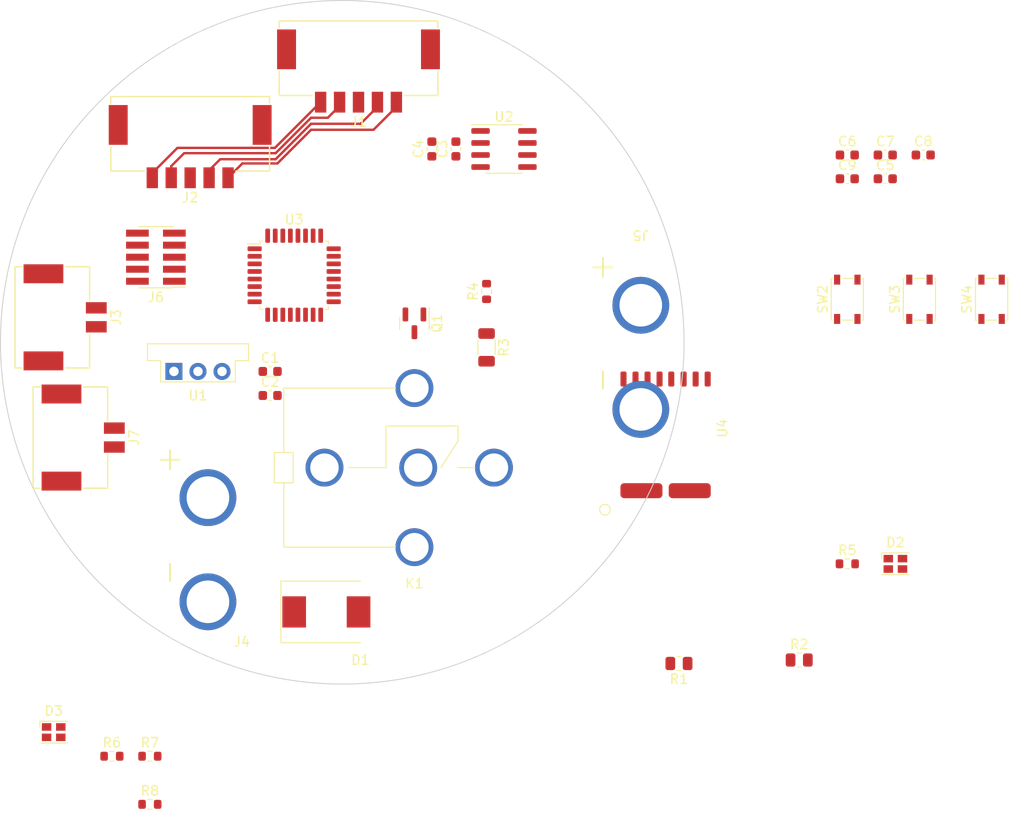
<source format=kicad_pcb>
(kicad_pcb (version 20211014) (generator pcbnew)
  (layers (0 "F.Cu" signal) (31 "B.Cu" signal) (34 "B.Paste" user) (35 "F.Paste" user) (36 "B.SilkS" user "B.Silkscreen") (37 "F.SilkS" user "F.Silkscreen") (38 "B.Mask" user) (39 "F.Mask" user) (44 "Edge.Cuts" user))
  (net 0 "")
  (net 1 "Net-(C1-Pad1)")
  (net 2 "+3V3")
  (net 3 "GND")
  (net 4 "/RST")
  (net 5 "Net-(D1-Pad1)")
  (net 6 "Net-(D1-Pad2)")
  (net 7 "Net-(D2-Pad2)")
  (net 8 "Net-(D3-Pad2)")
  (net 9 "Net-(D3-Pad3)")
  (net 10 "Net-(D3-Pad4)")
  (net 11 "/CAN/CANL")
  (net 12 "/CAN/CANH")
  (net 13 "Net-(J1-Pad2)")
  (net 14 "Net-(J1-Pad1)")
  (net 15 "/T_sense")
  (net 16 "+BATT")
  (net 17 "/V_out")
  (net 18 "/NOGGIN/SWDIO")
  (net 19 "/NOGGIN/SWCLK")
  (net 21 "/NOGGIN/RX")
  (net 22 "/NOGGIN/TX")
  (net 23 "/IP")
  (net 24 "/MOSFET1")
  (net 25 "/V_sense")
  (net 26 "/LED_B")
  (net 27 "/LED_G")
  (net 28 "/LED_R")
  (net 29 "/DBG2")
  (net 30 "/DBG1")
  (net 31 "/CAN_TX")
  (net 32 "/CAN_RX")
  (net 35 "/I_sense")
  (net 36 "/NOGGIN/PA3")
  (net 37 "/NOGGIN/PA5")
  (net 38 "/NOGGIN/PA6")
  (net 39 "/NOGGIN/PA7")
  (net 40 "/NOGGIN/PB0")
  (net 41 "/NOGGIN/PB1")
  (net 42 "/NOGGIN/PB15")
  (net 43 "/NOGGIN/PA8")
  (net 44 "/NOGGIN/PA11")
  (net 45 "/NOGGIN/PA12")
  (net 46 "/NOGGIN/PD2")
  (net 47 "/NOGGIN/PD3")
  (net 48 "/NOGGIN/PB6")
  (footprint "Package_SO:SOIC-8_3.9x4.9mm_P1.27mm" (layer "F.Cu") (at 67.88 32.385)
    (fp_text reference "U2" (at 0 -3.4) (layer "F.SilkS"))
    (fp_text value "TCAN330G")
    (fp_line (start 0 -2.56) (end 1.95 -2.56) (layer "F.SilkS") (width 0.12))
    (fp_line (start 0 2.56) (end -1.95 2.56) (layer "F.SilkS") (width 0.12))
    (fp_line (start 0 2.56) (end 1.95 2.56) (layer "F.SilkS") (width 0.12))
    (fp_line (start 0 -2.56) (end -3.45 -2.56) (layer "F.SilkS") (width 0.12))
    (pad "1" smd roundrect (at -2.475 -1.905) (size 1.95 0.6) (layers "F.Cu" "F.Paste" "F.Mask") (net 31 "/CAN_TX"))
    (pad "2" smd roundrect (at -2.475 -0.635) (size 1.95 0.6) (layers "F.Cu" "F.Paste" "F.Mask") (net 3 "GND"))
    (pad "3" smd roundrect (at -2.475 0.635) (size 1.95 0.6) (layers "F.Cu" "F.Paste" "F.Mask") (net 2 "+3V3"))
    (pad "4" smd roundrect (at -2.475 1.905) (size 1.95 0.6) (layers "F.Cu" "F.Paste" "F.Mask") (net 32 "/CAN_RX"))
    (pad "5" smd roundrect (at 2.475 1.905) (size 1.95 0.6) (layers "F.Cu" "F.Paste" "F.Mask"))
    (pad "6" smd roundrect (at 2.475 0.635) (size 1.95 0.6) (layers "F.Cu" "F.Paste" "F.Mask") (net 11 "/CAN/CANL"))
    (pad "7" smd roundrect (at 2.475 -0.635) (size 1.95 0.6) (layers "F.Cu" "F.Paste" "F.Mask") (net 12 "/CAN/CANH"))
    (pad "8" smd roundrect (at 2.475 -1.905) (size 1.95 0.6) (layers "F.Cu" "F.Paste" "F.Mask"))
  )
  (footprint "LED_SMD:LED_Cree-PLCC4_2x2mm_CW" (layer "F.Cu") (at 20.32 93.98)
    (fp_text reference "D3" (at 0 -2.25) (layer "F.SilkS"))
    (fp_text value "LED_ARGB")
    (fp_line (start -1.45 -1.15) (end 1.45 -1.15) (layer "F.SilkS") (width 0.12))
    (fp_line (start -1.45 1.15) (end 1.45 1.15) (layer "F.SilkS") (width 0.12))
    (fp_line (start -1.45 -0.55) (end -1.45 -1.15) (layer "F.SilkS") (width 0.12))
    (pad "1" smd rect (at -0.75 -0.55) (size 1 0.8) (layers "F.Cu" "F.Paste" "F.Mask") (net 2 "+3V3"))
    (pad "2" smd rect (at 0.75 -0.55) (size 1 0.8) (layers "F.Cu" "F.Paste" "F.Mask") (net 8 "Net-(D3-Pad2)"))
    (pad "3" smd rect (at 0.75 0.55) (size 1 0.8) (layers "F.Cu" "F.Paste" "F.Mask") (net 9 "Net-(D3-Pad3)"))
    (pad "4" smd rect (at -0.75 0.55) (size 1 0.8) (layers "F.Cu" "F.Paste" "F.Mask") (net 10 "Net-(D3-Pad4)"))
  )
  (footprint "Resistor_SMD:R_0805_2012Metric" (layer "F.Cu") (at 86.36 86.725 180)
    (fp_text reference "R1" (at 0 -1.65) (layer "F.SilkS"))
    (fp_text value "10k")
    (fp_line (start -0.227064 0.735) (end 0.227064 0.735) (layer "F.SilkS") (width 0.12))
    (fp_line (start -0.227064 -0.735) (end 0.227064 -0.735) (layer "F.SilkS") (width 0.12))
    (pad "1" smd roundrect (at -0.9125 0 180) (size 1.025 1.4) (layers "F.Cu" "F.Paste" "F.Mask") (roundrect_rratio 0.243902) (net 2 "+3V3"))
    (pad "2" smd roundrect (at 0.9125 0 180) (size 1.025 1.4) (layers "F.Cu" "F.Paste" "F.Mask") (roundrect_rratio 0.243902) (net 15 "/T_sense"))
  )
  (footprint "Package_TO_SOT_SMD:SOT-23" (layer "F.Cu") (at 58.42 50.8 -90)
    (fp_text reference "Q1" (at 0 -2.4 -90) (layer "F.SilkS"))
    (fp_text value "PMV28ENEA")
    (fp_line (start 0 1.56) (end 0.65 1.56) (layer "F.SilkS") (width 0.12))
    (fp_line (start 0 -1.56) (end 0.65 -1.56) (layer "F.SilkS") (width 0.12))
    (fp_line (start 0 -1.56) (end -1.675 -1.56) (layer "F.SilkS") (width 0.12))
    (fp_line (start 0 1.56) (end -0.65 1.56) (layer "F.SilkS") (width 0.12))
    (pad "1" smd roundrect (at -0.9375 -0.95 270) (size 1.475 0.6) (layers "F.Cu" "F.Paste" "F.Mask") (net 24 "/MOSFET1"))
    (pad "2" smd roundrect (at -0.9375 0.95 270) (size 1.475 0.6) (layers "F.Cu" "F.Paste" "F.Mask") (net 3 "GND"))
    (pad "3" smd roundrect (at 0.9375 0 270) (size 1.475 0.6) (layers "F.Cu" "F.Paste" "F.Mask") (net 5 "Net-(D1-Pad1)"))
  )
  (footprint "Button_Switch_SMD:SW_SPST_PTS810" (layer "F.Cu") (at 111.76 48.26 90)
    (fp_text reference "SW3" (at 0 -2.6 90) (layer "F.SilkS"))
    (fp_text value "DBG1")
    (fp_line (start -2.2 -0.57) (end -2.2 0.57) (layer "F.SilkS") (width 0.12))
    (fp_line (start 2.2 1.7) (end 2.2 1.58) (layer "F.SilkS") (width 0.12))
    (fp_line (start -2.2 1.58) (end -2.2 1.7) (layer "F.SilkS") (width 0.12))
    (fp_line (start -2.2 -1.7) (end -2.2 -1.58) (layer "F.SilkS") (width 0.12))
    (fp_line (start 2.2 -1.58) (end 2.2 -1.7) (layer "F.SilkS") (width 0.12))
    (fp_line (start 2.2 0.57) (end 2.2 -0.57) (layer "F.SilkS") (width 0.12))
    (fp_line (start 2.2 -1.7) (end -2.2 -1.7) (layer "F.SilkS") (width 0.12))
    (fp_line (start -2.2 1.7) (end 2.2 1.7) (layer "F.SilkS") (width 0.12))
    (pad "1" smd rect (at 2.075 -1.075 90) (size 1.05 0.65) (layers "F.Cu" "F.Paste" "F.Mask") (net 30 "/DBG1"))
    (pad "1" smd rect (at -2.075 -1.075 90) (size 1.05 0.65) (layers "F.Cu" "F.Paste" "F.Mask") (net 30 "/DBG1"))
    (pad "2" smd rect (at -2.075 1.075 90) (size 1.05 0.65) (layers "F.Cu" "F.Paste" "F.Mask") (net 3 "GND"))
    (pad "2" smd rect (at 2.075 1.075 90) (size 1.05 0.65) (layers "F.Cu" "F.Paste" "F.Mask") (net 3 "GND"))
  )
  (footprint "Resistor_SMD:R_0603_1608Metric" (layer "F.Cu") (at 26.47 96.52)
    (fp_text reference "R6" (at 0 -1.43) (layer "F.SilkS"))
    (fp_text value "47")
    (fp_line (start -0.237258 0.5225) (end 0.237258 0.5225) (layer "F.SilkS") (width 0.12))
    (fp_line (start -0.237258 -0.5225) (end 0.237258 -0.5225) (layer "F.SilkS") (width 0.12))
    (pad "1" smd roundrect (at -0.825 0) (size 0.8 0.95) (layers "F.Cu" "F.Paste" "F.Mask") (net 26 "/LED_B"))
    (pad "2" smd roundrect (at 0.825 0) (size 0.8 0.95) (layers "F.Cu" "F.Paste" "F.Mask") (net 10 "Net-(D3-Pad4)"))
  )
  (footprint "Capacitor_SMD:C_0603_1608Metric" (layer "F.Cu") (at 43.18 58.42)
    (fp_text reference "C2" (at 0 -1.43) (layer "F.SilkS"))
    (fp_text value "10uF")
    (fp_line (start -0.14058 0.51) (end 0.14058 0.51) (layer "F.SilkS") (width 0.12))
    (fp_line (start -0.14058 -0.51) (end 0.14058 -0.51) (layer "F.SilkS") (width 0.12))
    (pad "1" smd roundrect (at -0.775 0) (size 0.9 0.95) (layers "F.Cu" "F.Paste" "F.Mask") (net 2 "+3V3"))
    (pad "2" smd roundrect (at 0.775 0) (size 0.9 0.95) (layers "F.Cu" "F.Paste" "F.Mask") (net 3 "GND"))
  )
  (footprint "Capacitor_SMD:C_0603_1608Metric" (layer "F.Cu") (at 112.16 33.02)
    (fp_text reference "C8" (at 0 -1.43) (layer "F.SilkS"))
    (fp_text value "100n")
    (fp_line (start -0.14058 -0.51) (end 0.14058 -0.51) (layer "F.SilkS") (width 0.12))
    (fp_line (start -0.14058 0.51) (end 0.14058 0.51) (layer "F.SilkS") (width 0.12))
    (pad "1" smd roundrect (at -0.775 0) (size 0.9 0.95) (layers "F.Cu" "F.Paste" "F.Mask") (net 2 "+3V3"))
    (pad "2" smd roundrect (at 0.775 0) (size 0.9 0.95) (layers "F.Cu" "F.Paste" "F.Mask") (net 3 "GND"))
  )
  (footprint "extraparts:Molex_DuraClik_Vert_2pin" (layer "F.Cu") (at 18.145 62.865 -90)
    (fp_text reference "J7" (at 0 -10.668 90) (layer "F.SilkS"))
    (fp_text value "ExtPwrSw")
    (fp_line (start -5.35 0) (end 5.35 0) (layer "F.SilkS") (width 0.15))
    (fp_line (start -1.794 -7.874) (end -5.35 -7.874) (layer "F.SilkS") (width 0.15))
    (fp_line (start -5.35 -7.874) (end -5.35 -5.334) (layer "F.SilkS") (width 0.15))
    (fp_line (start 5.35 -7.874) (end 5.35 -5.334) (layer "F.SilkS") (width 0.15))
    (fp_line (start 5.35 0) (end 5.35 -0.762) (layer "F.SilkS") (width 0.15))
    (fp_line (start 1.794 -7.874) (end 5.35 -7.874) (layer "F.SilkS") (width 0.15))
    (fp_line (start -5.35 -0.762) (end -5.35 0) (layer "F.SilkS") (width 0.15))
    (pad "1" smd rect locked (at 1 -8.58 270) (size 1.2 2.2) (layers "F.Cu" "F.Paste" "F.Mask") (net 1 "Net-(C1-Pad1)"))
    (pad "2" smd rect locked (at -1 -8.58 270) (size 1.2 2.2) (layers "F.Cu" "F.Paste" "F.Mask") (net 16 "+BATT"))
    (pad "MP" smd rect locked (at 4.6 -3 270) (size 2 4.2) (layers "F.Cu" "F.Paste" "F.Mask"))
    (pad "MP" smd rect locked (at -4.6 -3 270) (size 2 4.2) (layers "F.Cu" "F.Paste" "F.Mask"))
  )
  (footprint "Resistor_SMD:R_0603_1608Metric" (layer "F.Cu") (at 66.04 47.435 90)
    (fp_text reference "R4" (at 0 -1.43 90) (layer "F.SilkS"))
    (fp_text value "1k")
    (fp_line (start -0.237258 0.5225) (end 0.237258 0.5225) (layer "F.SilkS") (width 0.12))
    (fp_line (start -0.237258 -0.5225) (end 0.237258 -0.5225) (layer "F.SilkS") (width 0.12))
    (pad "1" smd roundrect (at -0.825 0 90) (size 0.8 0.95) (layers "F.Cu" "F.Paste" "F.Mask") (net 25 "/V_sense"))
    (pad "2" smd roundrect (at 0.825 0 90) (size 0.8 0.95) (layers "F.Cu" "F.Paste" "F.Mask") (net 3 "GND"))
  )
  (footprint "BMS_Library:Conn_XT90" (layer "F.Cu") (at 36.61 69.21 180)
    (fp_text reference "J4" (at -3.59 -15.24 unlocked) (layer "F.SilkS"))
    (fp_text value "XT90")
    (fp_line (start 4 5) (end 4 3) (layer "F.SilkS") (width 0.2))
    (fp_line (start 3 4) (end 5 4) (layer "F.SilkS") (width 0.2))
    (fp_line (start 4 -8.8) (end 4 -7) (layer "F.SilkS") (width 0.2))
    (pad "1" thru_hole circle (at 0 0 180) (size 6 6) (drill 4.5) (layers *.Cu *.Mask) (net 16 "+BATT"))
    (pad "2" thru_hole circle (at 0 -11 180) (size 6 6) (drill 4.5) (layers *.Cu *.Mask) (net 3 "GND"))
  )
  (footprint "Capacitor_SMD:C_0603_1608Metric" (layer "F.Cu") (at 108.15 33.02)
    (fp_text reference "C7" (at 0 -1.43) (layer "F.SilkS"))
    (fp_text value "4.7u")
    (fp_line (start -0.14058 -0.51) (end 0.14058 -0.51) (layer "F.SilkS") (width 0.12))
    (fp_line (start -0.14058 0.51) (end 0.14058 0.51) (layer "F.SilkS") (width 0.12))
    (pad "1" smd roundrect (at -0.775 0) (size 0.9 0.95) (layers "F.Cu" "F.Paste" "F.Mask") (net 2 "+3V3"))
    (pad "2" smd roundrect (at 0.775 0) (size 0.9 0.95) (layers "F.Cu" "F.Paste" "F.Mask") (net 3 "GND"))
  )
  (footprint "LED_SMD:LED_Cree-PLCC4_2x2mm_CW" (layer "F.Cu") (at 109.22 76.2)
    (fp_text reference "D2" (at 0 -2.25) (layer "F.SilkS"))
    (fp_text value "LED")
    (fp_line (start -1.45 -0.55) (end -1.45 -1.15) (layer "F.SilkS") (width 0.12))
    (fp_line (start -1.45 -1.15) (end 1.45 -1.15) (layer "F.SilkS") (width 0.12))
    (fp_line (start -1.45 1.15) (end 1.45 1.15) (layer "F.SilkS") (width 0.12))
    (pad "1" smd rect (at -0.75 -0.55) (size 1 0.8) (layers "F.Cu" "F.Paste" "F.Mask") (net 3 "GND"))
    (pad "2" smd rect (at 0.75 -0.55) (size 1 0.8) (layers "F.Cu" "F.Paste" "F.Mask") (net 7 "Net-(D2-Pad2)"))
    (pad "3" smd rect (at 0.75 0.55) (size 1 0.8) (layers "F.Cu" "F.Paste" "F.Mask"))
    (pad "4" smd rect (at -0.75 0.55) (size 1 0.8) (layers "F.Cu" "F.Paste" "F.Mask"))
  )
  (footprint "extraparts:Molex_DuraClik_Vert_5pin" (layer "F.Cu") (at 52.515 18.86 180)
    (fp_text reference "J1" (at 0 -10.668) (layer "F.SilkS"))
    (fp_text value "CAN")
    (fp_line (start -8.382 0) (end 8.382 0) (layer "F.SilkS") (width 0.15))
    (fp_line (start -8.382 -0.762) (end -8.382 0) (layer "F.SilkS") (width 0.15))
    (fp_line (start 8.382 -7.874) (end 8.382 -5.334) (layer "F.SilkS") (width 0.15))
    (fp_line (start -4.826 -7.874) (end -8.382 -7.874) (layer "F.SilkS") (width 0.15))
    (fp_line (start 4.826 -7.874) (end 8.382 -7.874) (layer "F.SilkS") (width 0.15))
    (fp_line (start -8.382 -7.874) (end -8.382 -5.334) (layer "F.SilkS") (width 0.15))
    (fp_line (start 8.382 0) (end 8.382 -0.762) (layer "F.SilkS") (width 0.15))
    (pad "1" smd rect locked (at 4 -8.58 180) (size 1.2 2.2) (layers "F.Cu" "F.Paste" "F.Mask") (net 14 "Net-(J1-Pad1)"))
    (pad "2" smd rect locked (at 2 -8.58 180) (size 1.2 2.2) (layers "F.Cu" "F.Paste" "F.Mask") (net 13 "Net-(J1-Pad2)"))
    (pad "3" smd rect locked (at 0 -8.58 180) (size 1.2 2.2) (layers "F.Cu" "F.Paste" "F.Mask") (net 3 "GND"))
    (pad "4" smd rect locked (at -2 -8.58 180) (size 1.2 2.2) (layers "F.Cu" "F.Paste" "F.Mask") (net 12 "/CAN/CANH"))
    (pad "5" smd rect locked (at -4 -8.58 180) (size 1.2 2.2) (layers "F.Cu" "F.Paste" "F.Mask") (net 11 "/CAN/CANL"))
    (pad "MP" smd rect locked (at -7.6 -3 180) (size 2 4.2) (layers "F.Cu" "F.Paste" "F.Mask"))
    (pad "MP" smd rect locked (at 7.6 -3 180) (size 2 4.2) (layers "F.Cu" "F.Paste" "F.Mask"))
  )
  (footprint "Capacitor_SMD:C_0603_1608Metric" (layer "F.Cu") (at 104.14 35.53)
    (fp_text reference "C9" (at 0 -1.43) (layer "F.SilkS"))
    (fp_text value "4.7u")
    (fp_line (start -0.14058 -0.51) (end 0.14058 -0.51) (layer "F.SilkS") (width 0.12))
    (fp_line (start -0.14058 0.51) (end 0.14058 0.51) (layer "F.SilkS") (width 0.12))
    (pad "1" smd roundrect (at -0.775 0) (size 0.9 0.95) (layers "F.Cu" "F.Paste" "F.Mask") (net 2 "+3V3"))
    (pad "2" smd roundrect (at 0.775 0) (size 0.9 0.95) (layers "F.Cu" "F.Paste" "F.Mask") (net 3 "GND"))
  )
  (footprint "Capacitor_SMD:C_0603_1608Metric" (layer "F.Cu") (at 108.15 35.53)
    (fp_text reference "C5" (at 0 -1.43) (layer "F.SilkS"))
    (fp_text value "100n")
    (fp_line (start -0.14058 -0.51) (end 0.14058 -0.51) (layer "F.SilkS") (width 0.12))
    (fp_line (start -0.14058 0.51) (end 0.14058 0.51) (layer "F.SilkS") (width 0.12))
    (pad "1" smd roundrect (at -0.775 0) (size 0.9 0.95) (layers "F.Cu" "F.Paste" "F.Mask") (net 4 "/RST"))
    (pad "2" smd roundrect (at 0.775 0) (size 0.9 0.95) (layers "F.Cu" "F.Paste" "F.Mask") (net 3 "GND"))
  )
  (footprint "Resistor_SMD:R_0603_1608Metric" (layer "F.Cu") (at 30.48 96.52)
    (fp_text reference "R7" (at 0 -1.43) (layer "F.SilkS"))
    (fp_text value "47")
    (fp_line (start -0.237258 0.5225) (end 0.237258 0.5225) (layer "F.SilkS") (width 0.12))
    (fp_line (start -0.237258 -0.5225) (end 0.237258 -0.5225) (layer "F.SilkS") (width 0.12))
    (pad "1" smd roundrect (at -0.825 0) (size 0.8 0.95) (layers "F.Cu" "F.Paste" "F.Mask") (net 27 "/LED_G"))
    (pad "2" smd roundrect (at 0.825 0) (size 0.8 0.95) (layers "F.Cu" "F.Paste" "F.Mask") (net 9 "Net-(D3-Pad3)"))
  )
  (footprint "Resistor_SMD:R_1206_3216Metric" (layer "F.Cu") (at 66.04 53.34 -90)
    (fp_text reference "R3" (at 0 -1.82 90) (layer "F.SilkS"))
    (fp_text value "4k")
    (fp_line (start -0.727064 0.91) (end 0.727064 0.91) (layer "F.SilkS") (width 0.12))
    (fp_line (start -0.727064 -0.91) (end 0.727064 -0.91) (layer "F.SilkS") (width 0.12))
    (pad "1" smd roundrect (at -1.4625 0 270) (size 1.125 1.75) (layers "F.Cu" "F.Paste" "F.Mask") (roundrect_rratio 0.222222) (net 25 "/V_sense"))
    (pad "2" smd roundrect (at 1.4625 0 270) (size 1.125 1.75) (layers "F.Cu" "F.Paste" "F.Mask") (roundrect_rratio 0.222222) (net 23 "/IP"))
  )
  (footprint "Resistor_SMD:R_0805_2012Metric" (layer "F.Cu") (at 99.06 86.36)
    (fp_text reference "R2" (at 0 -1.65) (layer "F.SilkS"))
    (fp_text value "10")
    (fp_line (start -0.227064 -0.735) (end 0.227064 -0.735) (layer "F.SilkS") (width 0.12))
    (fp_line (start -0.227064 0.735) (end 0.227064 0.735) (layer "F.SilkS") (width 0.12))
    (pad "1" smd roundrect (at -0.9125 0) (size 1.025 1.4) (layers "F.Cu" "F.Paste" "F.Mask") (roundrect_rratio 0.243902) (net 16 "+BATT"))
    (pad "2" smd roundrect (at 0.9125 0) (size 1.025 1.4) (layers "F.Cu" "F.Paste" "F.Mask") (roundrect_rratio 0.243902) (net 6 "Net-(D1-Pad2)"))
  )
  (footprint "Capacitor_SMD:C_0603_1608Metric" (layer "F.Cu") (at 62.8 32.385 90)
    (fp_text reference "C3" (at 0 -1.43 90) (layer "F.SilkS"))
    (fp_text value "100n")
    (fp_line (start -0.14058 0.51) (end 0.14058 0.51) (layer "F.SilkS") (width 0.12))
    (fp_line (start -0.14058 -0.51) (end 0.14058 -0.51) (layer "F.SilkS") (width 0.12))
    (pad "1" smd roundrect (at -0.775 0 90) (size 0.9 0.95) (layers "F.Cu" "F.Paste" "F.Mask") (net 2 "+3V3"))
    (pad "2" smd roundrect (at 0.775 0 90) (size 0.9 0.95) (layers "F.Cu" "F.Paste" "F.Mask") (net 3 "GND"))
  )
  (footprint "Capacitor_SMD:C_0603_1608Metric" (layer "F.Cu") (at 43.18 55.88)
    (fp_text reference "C1" (at 0 -1.43) (layer "F.SilkS"))
    (fp_text value "4.7uF")
    (fp_line (start -0.14058 0.51) (end 0.14058 0.51) (layer "F.SilkS") (width 0.12))
    (fp_line (start -0.14058 -0.51) (end 0.14058 -0.51) (layer "F.SilkS") (width 0.12))
    (pad "1" smd roundrect (at -0.775 0) (size 0.9 0.95) (layers "F.Cu" "F.Paste" "F.Mask") (net 1 "Net-(C1-Pad1)"))
    (pad "2" smd roundrect (at 0.775 0) (size 0.9 0.95) (layers "F.Cu" "F.Paste" "F.Mask") (net 3 "GND"))
  )
  (footprint "Resistor_SMD:R_0603_1608Metric" (layer "F.Cu") (at 30.48 101.6)
    (fp_text reference "R8" (at 0 -1.43) (layer "F.SilkS"))
    (fp_text value "47")
    (fp_line (start -0.237258 -0.5225) (end 0.237258 -0.5225) (layer "F.SilkS") (width 0.12))
    (fp_line (start -0.237258 0.5225) (end 0.237258 0.5225) (layer "F.SilkS") (width 0.12))
    (pad "1" smd roundrect (at -0.825 0) (size 0.8 0.95) (layers "F.Cu" "F.Paste" "F.Mask") (net 28 "/LED_R"))
    (pad "2" smd roundrect (at 0.825 0) (size 0.8 0.95) (layers "F.Cu" "F.Paste" "F.Mask") (net 8 "Net-(D3-Pad2)"))
  )
  (footprint "extraparts:Molex_DuraClik_Vert_5pin" (layer "F.Cu") (at 34.735 26.845 180)
    (fp_text reference "J2" (at 0 -10.668) (layer "F.SilkS"))
    (fp_text value "CAN")
    (fp_line (start 4.826 -7.874) (end 8.382 -7.874) (layer "F.SilkS") (width 0.15))
    (fp_line (start 8.382 0) (end 8.382 -0.762) (layer "F.SilkS") (width 0.15))
    (fp_line (start -4.826 -7.874) (end -8.382 -7.874) (layer "F.SilkS") (width 0.15))
    (fp_line (start -8.382 -0.762) (end -8.382 0) (layer "F.SilkS") (width 0.15))
    (fp_line (start -8.382 0) (end 8.382 0) (layer "F.SilkS") (width 0.15))
    (fp_line (start 8.382 -7.874) (end 8.382 -5.334) (layer "F.SilkS") (width 0.15))
    (fp_line (start -8.382 -7.874) (end -8.382 -5.334) (layer "F.SilkS") (width 0.15))
    (pad "1" smd rect locked (at 4 -8.58 180) (size 1.2 2.2) (layers "F.Cu" "F.Paste" "F.Mask") (net 14 "Net-(J1-Pad1)"))
    (pad "2" smd rect locked (at 2 -8.58 180) (size 1.2 2.2) (layers "F.Cu" "F.Paste" "F.Mask") (net 13 "Net-(J1-Pad2)"))
    (pad "3" smd rect locked (at 0 -8.58 180) (size 1.2 2.2) (layers "F.Cu" "F.Paste" "F.Mask") (net 3 "GND"))
    (pad "4" smd rect locked (at -2 -8.58 180) (size 1.2 2.2) (layers "F.Cu" "F.Paste" "F.Mask") (net 12 "/CAN/CANH"))
    (pad "5" smd rect locked (at -4 -8.58 180) (size 1.2 2.2) (layers "F.Cu" "F.Paste" "F.Mask") (net 11 "/CAN/CANL"))
    (pad "MP" smd rect locked (at -7.6 -3 180) (size 2 4.2) (layers "F.Cu" "F.Paste" "F.Mask"))
    (pad "MP" smd rect locked (at 7.6 -3 180) (size 2 4.2) (layers "F.Cu" "F.Paste" "F.Mask"))
  )
  (footprint "Package_QFP:LQFP-32_7x7mm_P0.8mm" (layer "F.Cu") (at 45.72 45.72)
    (fp_text reference "U3" (at 0 -5.88) (layer "F.SilkS"))
    (fp_text value "STM32G0B1KxTxN")
    (fp_line (start -3.31 3.61) (end -3.61 3.61) (layer "F.SilkS") (width 0.12))
    (fp_line (start -3.31 -3.61) (end -3.61 -3.61) (layer "F.SilkS") (width 0.12))
    (fp_line (start -3.61 -3.31) (end -4.925 -3.31) (layer "F.SilkS") (width 0.12))
    (fp_line (start -3.61 3.61) (end -3.61 3.31) (layer "F.SilkS") (width 0.12))
    (fp_line (start 3.61 3.61) (end 3.61 3.31) (layer "F.SilkS") (width 0.12))
    (fp_line (start -3.61 -3.61) (end -3.61 -3.31) (layer "F.SilkS") (width 0.12))
    (fp_line (start 3.31 3.61) (end 3.61 3.61) (layer "F.SilkS") (width 0.12))
    (fp_line (start 3.61 -3.61) (end 3.61 -3.31) (layer "F.SilkS") (width 0.12))
    (fp_line (start 3.31 -3.61) (end 3.61 -3.61) (layer "F.SilkS") (width 0.12))
    (pad "1" smd roundrect (at -4.175 -2.8) (size 1.5 0.5) (layers "F.Cu" "F.Paste" "F.Mask") (net 26 "/LED_B"))
    (pad "2" smd roundrect (at -4.175 -2) (size 1.5 0.5) (layers "F.Cu" "F.Paste" "F.Mask") (net 30 "/DBG1"))
    (pad "3" smd roundrect (at -4.175 -1.2) (size 1.5 0.5) (layers "F.Cu" "F.Paste" "F.Mask") (net 29 "/DBG2"))
    (pad "4" smd roundrect (at -4.175 -0.4) (size 1.5 0.5) (layers "F.Cu" "F.Paste" "F.Mask") (net 2 "+3V3"))
    (pad "5" smd roundrect (at -4.175 0.4) (size 1.5 0.5) (layers "F.Cu" "F.Paste" "F.Mask") (net 3 "GND"))
    (pad "6" smd roundrect (at -4.175 1.2) (size 1.5 0.5) (layers "F.Cu" "F.Paste" "F.Mask") (net 4 "/RST"))
    (pad "7" smd roundrect (at -4.175 2) (size 1.5 0.5) (layers "F.Cu" "F.Paste" "F.Mask") (net 25 "/V_sense"))
    (pad "8" smd roundrect (at -4.175 2.8) (size 1.5 0.5) (layers "F.Cu" "F.Paste" "F.Mask") (net 35 "/I_sense"))
    (pad "9" smd roundrect (at -2.8 4.175) (size 0.5 1.5) (layers "F.Cu" "F.Paste" "F.Mask") (net 15 "/T_sense"))
    (pad "10" smd roundrect (at -2 4.175) (size 0.5 1.5) (layers "F.Cu" "F.Paste" "F.Mask") (net 36 "/NOGGIN/PA3"))
    (pad "11" smd roundrect (at -1.2 4.175) (size 0.5 1.5) (layers "F.Cu" "F.Paste" "F.Mask") (net 24 "/MOSFET1"))
    (pad "12" smd roundrect (at -0.4 4.175) (size 0.5 1.5) (layers "F.Cu" "F.Paste" "F.Mask") (net 37 "/NOGGIN/PA5"))
    (pad "13" smd roundrect (at 0.4 4.175) (size 0.5 1.5) (layers "F.Cu" "F.Paste" "F.Mask") (net 38 "/NOGGIN/PA6"))
    (pad "14" smd roundrect (at 1.2 4.175) (size 0.5 1.5) (layers "F.Cu" "F.Paste" "F.Mask") (net 39 "/NOGGIN/PA7"))
    (pad "15" smd roundrect (at 2 4.175) (size 0.5 1.5) (layers "F.Cu" "F.Paste" "F.Mask") (net 40 "/NOGGIN/PB0"))
    (pad "16" smd roundrect (at 2.8 4.175) (size 0.5 1.5) (layers "F.Cu" "F.Paste" "F.Mask") (net 41 "/NOGGIN/PB1"))
    (pad "17" smd roundrect (at 4.175 2.8) (size 1.5 0.5) (layers "F.Cu" "F.Paste" "F.Mask") (net 42 "/NOGGIN/PB15"))
    (pad "18" smd roundrect (at 4.175 2) (size 1.5 0.5) (layers "F.Cu" "F.Paste" "F.Mask") (net 43 "/NOGGIN/PA8"))
    (pad "19" smd roundrect (at 4.175 1.2) (size 1.5 0.5) (layers "F.Cu" "F.Paste" "F.Mask") (net 22 "/NOGGIN/TX"))
    (pad "20" smd roundrect (at 4.175 0.4) (size 1.5 0.5) (layers "F.Cu" "F.Paste" "F.Mask") (net 2 "+3V3"))
    (pad "21" smd roundrect (at 4.175 -0.4) (size 1.5 0.5) (layers "F.Cu" "F.Paste" "F.Mask") (net 21 "/NOGGIN/RX"))
    (pad "22" smd roundrect (at 4.175 -1.2) (size 1.5 0.5) (layers "F.Cu" "F.Paste" "F.Mask") (net 44 "/NOGGIN/PA11"))
    (pad "23" smd roundrect (at 4.175 -2) (size 1.5 0.5) (layers "F.Cu" "F.Paste" "F.Mask") (net 45 "/NOGGIN/PA12"))
    (pad "24" smd roundrect (at 4.175 -2.8) (size 1.5 0.5) (layers "F.Cu" "F.Paste" "F.Mask") (net 18 "/NOGGIN/SWDIO"))
    (pad "25" smd roundrect (at 2.8 -4.175) (size 0.5 1.5) (layers "F.Cu" "F.Paste" "F.Mask") (net 19 "/NOGGIN/SWCLK"))
    (pad "26" smd roundrect (at 2 -4.175) (size 0.5 1.5) (layers "F.Cu" "F.Paste" "F.Mask") (net 32 "/CAN_RX"))
    (pad "27" smd roundrect (at 1.2 -4.175) (size 0.5 1.5) (layers "F.Cu" "F.Paste" "F.Mask") (net 31 "/CAN_TX"))
    (pad "28" smd roundrect (at 0.4 -4.175) (size 0.5 1.5) (layers "F.Cu" "F.Paste" "F.Mask") (net 46 "/NOGGIN/PD2"))
    (pad "29" smd roundrect (at -0.4 -4.175) (size 0.5 1.5) (layers "F.Cu" "F.Paste" "F.Mask") (net 47 "/NOGGIN/PD3"))
    (pad "30" smd roundrect (at -1.2 -4.175) (size 0.5 1.5) (layers "F.Cu" "F.Paste" "F.Mask") (net 48 "/NOGGIN/PB6"))
    (pad "31" smd roundrect (at -2 -4.175) (size 0.5 1.5) (layers "F.Cu" "F.Paste" "F.Mask") (net 28 "/LED_R"))
    (pad "32" smd roundrect (at -2.8 -4.175) (size 0.5 1.5) (layers "F.Cu" "F.Paste" "F.Mask") (net 27 "/LED_G"))
  )
  (footprint "BMS_Library:Conn_XT90" (layer "F.Cu") (at 82.33 48.89 180)
    (fp_text reference "J5" (at 0 7.4 180 unlocked) (layer "F.SilkS"))
    (fp_text value "XT90")
    (fp_line (start 4 -8.8) (end 4 -7) (layer "F.SilkS") (width 0.2))
    (fp_line (start 3 4) (end 5 4) (layer "F.SilkS") (width 0.2))
    (fp_line (start 4 5) (end 4 3) (layer "F.SilkS") (width 0.2))
    (pad "1" thru_hole circle (at 0 0 180) (size 6 6) (drill 4.5) (layers *.Cu *.Mask) (net 17 "/V_out"))
    (pad "2" thru_hole circle (at 0 -11 180) (size 6 6) (drill 4.5) (layers *.Cu *.Mask) (net 3 "GND"))
  )
  (footprint "Connector_PinHeader_1.27mm:PinHeader_2x05_P1.27mm_Vertical_SMD" (layer "F.Cu") (at 31.115 43.815 180)
    (fp_text reference "J6" (at 0 -4.235) (layer "F.SilkS"))
    (fp_text value "SWD_UART")
    (fp_line (start 1.765 -3.235) (end 1.765 -3.17) (layer "F.SilkS") (width 0.12))
    (fp_line (start -1.765 -3.235) (end 1.765 -3.235) (layer "F.SilkS") (width 0.12))
    (fp_line (start -1.765 -3.235) (end -1.765 -3.17) (layer "F.SilkS") (width 0.12))
    (fp_line (start -1.765 3.235) (end 1.765 3.235) (layer "F.SilkS") (width 0.12))
    (fp_line (start 1.765 3.17) (end 1.765 3.235) (layer "F.SilkS") (width 0.12))
    (fp_line (start -3.09 -3.17) (end -1.765 -3.17) (layer "F.SilkS") (width 0.12))
    (fp_line (start -1.765 3.17) (end -1.765 3.235) (layer "F.SilkS") (width 0.12))
    (pad "1" smd rect (at -1.95 -2.54 180) (size 2.4 0.74) (layers "F.Cu" "F.Paste" "F.Mask") (net 2 "+3V3"))
    (pad "2" smd rect (at 1.95 -2.54 180) (size 2.4 0.74) (layers "F.Cu" "F.Paste" "F.Mask") (net 18 "/NOGGIN/SWDIO"))
    (pad "3" smd rect (at -1.95 -1.27 180) (size 2.4 0.74) (layers "F.Cu" "F.Paste" "F.Mask") (net 3 "GND"))
    (pad "4" smd rect (at 1.95 -1.27 180) (size 2.4 0.74) (layers "F.Cu" "F.Paste" "F.Mask") (net 19 "/NOGGIN/SWCLK"))
    (pad "5" smd rect (at -1.95 0 180) (size 2.4 0.74) (layers "F.Cu" "F.Paste" "F.Mask") (net 3 "GND"))
    (pad "6" smd rect (at 1.95 0 180) (size 2.4 0.74) (layers "F.Cu" "F.Paste" "F.Mask"))
    (pad "7" smd rect (at -1.95 1.27 180) (size 2.4 0.74) (layers "F.Cu" "F.Paste" "F.Mask") (net 21 "/NOGGIN/RX"))
    (pad "8" smd rect (at 1.95 1.27 180) (size 2.4 0.74) (layers "F.Cu" "F.Paste" "F.Mask") (net 22 "/NOGGIN/TX"))
    (pad "9" smd rect (at -1.95 2.54 180) (size 2.4 0.74) (layers "F.Cu" "F.Paste" "F.Mask") (net 3 "GND"))
    (pad "10" smd rect (at 1.95 2.54 180) (size 2.4 0.74) (layers "F.Cu" "F.Paste" "F.Mask") (net 4 "/RST"))
  )
  (footprint "Button_Switch_SMD:SW_SPST_PTS810" (layer "F.Cu") (at 119.38 48.26 90)
    (fp_text reference "SW4" (at 0 -2.6 90) (layer "F.SilkS"))
    (fp_text value "RST")
    (fp_line (start 2.2 -1.7) (end -2.2 -1.7) (layer "F.SilkS") (width 0.12))
    (fp_line (start 2.2 1.7) (end 2.2 1.58) (layer "F.SilkS") (width 0.12))
    (fp_line (start 2.2 0.57) (end 2.2 -0.57) (layer "F.SilkS") (width 0.12))
    (fp_line (start -2.2 1.58) (end -2.2 1.7) (layer "F.SilkS") (width 0.12))
    (fp_line (start -2.2 -1.7) (end -2.2 -1.58) (layer "F.SilkS") (width 0.12))
    (fp_line (start 2.2 -1.58) (end 2.2 -1.7) (layer "F.SilkS") (width 0.12))
    (fp_line (start -2.2 1.7) (end 2.2 1.7) (layer "F.SilkS") (width 0.12))
    (fp_line (start -2.2 -0.57) (end -2.2 0.57) (layer "F.SilkS") (width 0.12))
    (pad "1" smd rect (at 2.075 -1.075 90) (size 1.05 0.65) (layers "F.Cu" "F.Paste" "F.Mask") (net 4 "/RST"))
    (pad "1" smd rect (at -2.075 -1.075 90) (size 1.05 0.65) (layers "F.Cu" "F.Paste" "F.Mask") (net 4 "/RST"))
    (pad "2" smd rect (at -2.075 1.075 90) (size 1.05 0.65) (layers "F.Cu" "F.Paste" "F.Mask") (net 3 "GND"))
    (pad "2" smd rect (at 2.075 1.075 90) (size 1.05 0.65) (layers "F.Cu" "F.Paste" "F.Mask") (net 3 "GND"))
  )
  (footprint "Resistor_SMD:R_0603_1608Metric" (layer "F.Cu") (at 104.14 76.2)
    (fp_text reference "R5" (at 0 -1.43) (layer "F.SilkS"))
    (fp_text value "250")
    (fp_line (start -0.237258 0.5225) (end 0.237258 0.5225) (layer "F.SilkS") (width 0.12))
    (fp_line (start -0.237258 -0.5225) (end 0.237258 -0.5225) (layer "F.SilkS") (width 0.12))
    (pad "1" smd roundrect (at -0.825 0) (size 0.8 0.95) (layers "F.Cu" "F.Paste" "F.Mask") (net 7 "Net-(D2-Pad2)"))
    (pad "2" smd roundrect (at 0.825 0) (size 0.8 0.95) (layers "F.Cu" "F.Paste" "F.Mask") (net 17 "/V_out"))
  )
  (footprint "Button_Switch_SMD:SW_SPST_PTS810" (layer "F.Cu") (at 104.14 48.26 90)
    (fp_text reference "SW2" (at 0 -2.6 90) (layer "F.SilkS"))
    (fp_text value "DBG2")
    (fp_line (start -2.2 -1.7) (end -2.2 -1.58) (layer "F.SilkS") (width 0.12))
    (fp_line (start -2.2 -0.57) (end -2.2 0.57) (layer "F.SilkS") (width 0.12))
    (fp_line (start -2.2 1.58) (end -2.2 1.7) (layer "F.SilkS") (width 0.12))
    (fp_line (start -2.2 1.7) (end 2.2 1.7) (layer "F.SilkS") (width 0.12))
    (fp_line (start 2.2 1.7) (end 2.2 1.58) (layer "F.SilkS") (width 0.12))
    (fp_line (start 2.2 0.57) (end 2.2 -0.57) (layer "F.SilkS") (width 0.12))
    (fp_line (start 2.2 -1.58) (end 2.2 -1.7) (layer "F.SilkS") (width 0.12))
    (fp_line (start 2.2 -1.7) (end -2.2 -1.7) (layer "F.SilkS") (width 0.12))
    (pad "1" smd rect (at 2.075 -1.075 90) (size 1.05 0.65) (layers "F.Cu" "F.Paste" "F.Mask") (net 29 "/DBG2"))
    (pad "1" smd rect (at -2.075 -1.075 90) (size 1.05 0.65) (layers "F.Cu" "F.Paste" "F.Mask") (net 29 "/DBG2"))
    (pad "2" smd rect (at -2.075 1.075 90) (size 1.05 0.65) (layers "F.Cu" "F.Paste" "F.Mask") (net 3 "GND"))
    (pad "2" smd rect (at 2.075 1.075 90) (size 1.05 0.65) (layers "F.Cu" "F.Paste" "F.Mask") (net 3 "GND"))
  )
  (footprint "BMS_Library:A3_Relay" (layer "F.Cu") (at 58.42 66.040001)
    (fp_text reference "K1" (at 0 12.24 unlocked) (layer "F.SilkS"))
    (fp_text value "A3_Relay")
    (fp_line (start -13.8 8.4) (end -2 8.4) (layer "F.SilkS") (width 0.12))
    (fp_line (start 6.4 0) (end 4.6 0) (layer "F.SilkS") (width 0.12))
    (fp_line (start -13.8 1.6) (end -13.8 8.4) (layer "F.SilkS") (width 0.12))
    (fp_line (start -3 0) (end -3 -4.4) (layer "F.SilkS") (width 0.12))
    (fp_line (start -3 -4.4) (end 4.6 -4.4) (layer "F.SilkS") (width 0.12))
    (fp_line (start -13.8 -8.4) (end -13.8 -1.6) (layer "F.SilkS") (width 0.12))
    (fp_line (start 4.6 -2.8) (end 2.8 0) (layer "F.SilkS") (width 0.12))
    (fp_line (start 4.6 -4.4) (end 4.6 -2.8) (layer "F.SilkS") (width 0.12))
    (fp_line (start -7 0) (end -3 0) (layer "F.SilkS") (width 0.12))
    (fp_line (start -2 -8.4) (end -13.8 -8.4) (layer "F.SilkS") (width 0.12))
    (fp_rect (start -14.8 -1.6) (end -12.8 1.6) (layer "F.SilkS") (width 0.12) (fill none))
    (pad "30" thru_hole circle (at -9.5 0) (size 4 4) (drill 3) (layers *.Cu *.Mask) (net 16 "+BATT"))
    (pad "85" thru_hole circle (at 0 8.4) (size 4 4) (drill 3) (layers *.Cu *.Mask) (net 6 "Net-(D1-Pad2)"))
    (pad "86" thru_hole circle (at 0 -8.4) (size 4 4) (drill 3) (layers *.Cu *.Mask) (net 5 "Net-(D1-Pad1)"))
    (pad "87" thru_hole circle (at 8.4 0) (size 4 4) (drill 3) (layers *.Cu *.Mask) (net 23 "/IP"))
    (pad "87a" thru_hole circle (at 0.4 0) (size 4 4) (drill 3) (layers *.Cu *.Mask))
  )
  (footprint "Diode_SMD:D_SMC" (layer "F.Cu") (at 49.12 81.280001)
    (fp_text reference "D1" (at 3.6 5.08) (layer "F.SilkS"))
    (fp_text value "TVS_Diode")
    (fp_line (start -4.8 -3.25) (end 3.6 -3.25) (layer "F.SilkS") (width 0.12))
    (fp_line (start -4.8 3.25) (end -4.8 -3.25) (layer "F.SilkS") (width 0.12))
    (fp_line (start -4.8 3.25) (end 3.6 3.25) (layer "F.SilkS") (width 0.12))
    (pad "1" smd rect (at -3.4 0 90) (size 3.3 2.5) (layers "F.Cu" "F.Paste" "F.Mask") (net 5 "Net-(D1-Pad1)"))
    (pad "2" smd rect (at 3.4 0 90) (size 3.3 2.5) (layers "F.Cu" "F.Paste" "F.Mask") (net 6 "Net-(D1-Pad2)"))
  )
  (footprint "BMS_Library:CZ3AG7_HalEfSens" (layer "F.Cu") (at 84.947843 56.684658 90)
    (fp_text reference "U4" (at -5.2 6 90 unlocked) (layer "F.SilkS"))
    (fp_text value "CZ3AG7_HalEfSens")
    (fp_circle (center -13.8 -6.4) (end -13.4 -6) (layer "F.SilkS") (width 0.12) (fill none))
    (pad "1" smd roundrect (at -11.79 -2.55 90) (size 1.59 4.44) (layers "F.Cu" "F.Paste" "F.Mask") (net 23 "/IP"))
    (pad "5" smd roundrect (at -11.79 2.55 90) (size 1.59 4.44) (layers "F.Cu" "F.Paste" "F.Mask") (net 17 "/V_out"))
    (pad "9" smd roundrect (at 0 4.445 90) (size 1.59 0.64) (layers "F.Cu" "F.Paste" "F.Mask") (net 3 "GND"))
    (pad "10" smd roundrect (at 0 3.175 90) (size 1.59 0.64) (layers "F.Cu" "F.Paste" "F.Mask"))
    (pad "11" smd roundrect (at 0 1.905 90) (size 1.59 0.64) (layers "F.Cu" "F.Paste" "F.Mask"))
    (pad "12" smd roundrect (at 0 0.6 90) (size 1.59 0.64) (layers "F.Cu" "F.Paste" "F.Mask") (net 35 "/I_sense"))
    (pad "13" smd roundrect (at 0 -0.635 90) (size 1.59 0.64) (layers "F.Cu" "F.Paste" "F.Mask") (net 2 "+3V3"))
    (pad "14" smd roundrect (at 0 -1.905 90) (size 1.59 0.64) (layers "F.Cu" "F.Paste" "F.Mask"))
    (pad "15" smd roundrect (at 0 -3.175 90) (size 1.59 0.64) (layers "F.Cu" "F.Paste" "F.Mask"))
    (pad "16" smd roundrect (at 0 -4.445 90) (size 1.59 0.64) (layers "F.Cu" "F.Paste" "F.Mask") (net 3 "GND"))
  )
  (footprint "Capacitor_SMD:C_0603_1608Metric" (layer "F.Cu") (at 60.26 32.385 90)
    (fp_text reference "C4" (at 0 -1.43 90) (layer "F.SilkS"))
    (fp_text value "4.7u")
    (fp_line (start -0.14058 0.51) (end 0.14058 0.51) (layer "F.SilkS") (width 0.12))
    (fp_line (start -0.14058 -0.51) (end 0.14058 -0.51) (layer "F.SilkS") (width 0.12))
    (pad "1" smd roundrect (at -0.775 0 90) (size 0.9 0.95) (layers "F.Cu" "F.Paste" "F.Mask") (net 2 "+3V3"))
    (pad "2" smd roundrect (at 0.775 0 90) (size 0.9 0.95) (layers "F.Cu" "F.Paste" "F.Mask") (net 3 "GND"))
  )
  (footprint "Converter_DCDC:Converter_DCDC_Murata_OKI-78SR_Vertical" (layer "F.Cu") (at 33.02 55.88)
    (fp_text reference "U1" (at 2.54 2.54) (layer "F.SilkS"))
    (fp_text value "VXO7803")
    (fp_line (start 6.48 1.1) (end -1.4 1.1) (layer "F.SilkS") (width 0.12))
    (fp_line (start 6.48 -1.14) (end 6.48 1.1) (layer "F.SilkS") (width 0.12))
    (fp_line (start -1.4 1.1) (end -1.4 -1.14) (layer "F.SilkS") (width 0.12))
    (fp_line (start -1.4 -1.14) (end -2.79 -1.14) (layer "F.SilkS") (width 0.12))
    (fp_line (start 7.88 -1.15) (end 7.88 -2.92) (layer "F.SilkS") (width 0.12))
    (fp_line (start 7.88 -2.92) (end -2.79 -2.92) (layer "F.SilkS") (width 0.12))
    (fp_line (start 7.88 -1.14) (end 6.48 -1.14) (layer "F.SilkS") (width 0.12))
    (fp_line (start -2.79 -2.92) (end -2.79 -1.14) (layer "F.SilkS") (width 0.12))
    (pad "1" thru_hole rect (at 0 0) (size 1.8 1.8) (drill 1) (layers *.Cu *.Mask) (net 1 "Net-(C1-Pad1)"))
    (pad "2" thru_hole circle (at 2.54 0) (size 1.8 1.8) (drill 1) (layers *.Cu *.Mask) (net 3 "GND"))
    (pad "3" thru_hole circle (at 5.08 0) (size 1.8 1.8) (drill 1) (layers *.Cu *.Mask) (net 2 "+3V3"))
  )
  (footprint "Capacitor_SMD:C_0603_1608Metric" (layer "F.Cu") (at 104.14 33.02)
    (fp_text reference "C6" (at 0 -1.43) (layer "F.SilkS"))
    (fp_text value "100n")
    (fp_line (start -0.14058 -0.51) (end 0.14058 -0.51) (layer "F.SilkS") (width 0.12))
    (fp_line (start -0.14058 0.51) (end 0.14058 0.51) (layer "F.SilkS") (width 0.12))
    (pad "1" smd roundrect (at -0.775 0) (size 0.9 0.95) (layers "F.Cu" "F.Paste" "F.Mask") (net 2 "+3V3"))
    (pad "2" smd roundrect (at 0.775 0) (size 0.9 0.95) (layers "F.Cu" "F.Paste" "F.Mask") (net 3 "GND"))
  )
  (footprint "extraparts:Molex_DuraClik_Vert_2pin" (layer "F.Cu") (at 16.24 50.165 -90)
    (fp_text reference "J3" (at 0 -10.668 90) (layer "F.SilkS"))
    (fp_text value "DuraClik")
    (fp_line (start 5.35 -7.874) (end 5.35 -5.334) (layer "F.SilkS") (width 0.15))
    (fp_line (start 5.35 0) (end 5.35 -0.762) (layer "F.SilkS") (width 0.15))
    (fp_line (start -5.35 0) (end 5.35 0) (layer "F.SilkS") (width 0.15))
    (fp_line (start -1.794 -7.874) (end -5.35 -7.874) (layer "F.SilkS") (width 0.15))
    (fp_line (start 1.794 -7.874) (end 5.35 -7.874) (layer "F.SilkS") (width 0.15))
    (fp_line (start -5.35 -7.874) (end -5.35 -5.334) (layer "F.SilkS") (width 0.15))
    (fp_line (start -5.35 -0.762) (end -5.35 0) (layer "F.SilkS") (width 0.15))
    (pad "1" smd rect locked (at 1 -8.58 270) (size 1.2 2.2) (layers "F.Cu" "F.Paste" "F.Mask") (net 15 "/T_sense"))
    (pad "2" smd rect locked (at -1 -8.58 270) (size 1.2 2.2) (layers "F.Cu" "F.Paste" "F.Mask") (net 3 "GND"))
    (pad "MP" smd rect locked (at -4.6 -3 270) (size 2 4.2) (layers "F.Cu" "F.Paste" "F.Mask"))
    (pad "MP" smd rect locked (at 4.6 -3 270) (size 2 4.2) (layers "F.Cu" "F.Paste" "F.Mask"))
  )
  (gr_circle (center 50.8 52.799818) (end 27.94 80.739818) (layer "Edge.Cuts") (width 0.1) (fill none))
  (segment (start 56.515 27.44) (end 56.515 27.94) (width 0.25) (layer "F.Cu") (net 11))
  (segment (start 54.096423 30.358577) (end 47.503577 30.358577) (width 0.25) (layer "F.Cu") (net 11))
  (segment (start 56.515 27.94) (end 54.096423 30.358577) (width 0.25) (layer "F.Cu") (net 11))
  (segment (start 47.503577 30.358577) (end 43.947631 33.91452) (width 0.25) (layer "F.Cu") (net 11))
  (segment (start 40.24548 33.91452) (end 38.735 35.425) (width 0.25) (layer "F.Cu") (net 11))
  (segment (start 43.947631 33.91452) (end 40.24548 33.91452) (width 0.25) (layer "F.Cu") (net 11))
  (segment (start 43.761434 33.465) (end 37.91 33.465) (width 0.25) (layer "F.Cu") (net 12))
  (segment (start 37.91 33.465) (end 36.735 34.64) (width 0.25) (layer "F.Cu") (net 12))
  (segment (start 36.735 34.64) (end 36.735 35.425) (width 0.25) (layer "F.Cu") (net 12))
  (segment (start 47.503218 29.723218) (end 43.761434 33.465) (width 0.25) (layer "F.Cu") (net 12))
  (segment (start 52.731782 29.723218) (end 47.503218 29.723218) (width 0.25) (layer "F.Cu") (net 12))
  (segment (start 54.515 27.94) (end 52.731782 29.723218) (width 0.25) (layer "F.Cu") (net 12))
  (segment (start 54.515 27.44) (end 54.515 27.94) (width 0.25) (layer "F.Cu") (net 12))
  (segment (start 50.515 27.44) (end 50.515 27.845) (width 0.25) (layer "F.Cu") (net 13))
  (segment (start 47.502859 29.087859) (end 43.760717 32.83) (width 0.25) (layer "F.Cu") (net 13))
  (segment (start 43.760717 32.83) (end 34.1 32.83) (width 0.25) (layer "F.Cu") (net 13))
  (segment (start 34.1 32.83) (end 32.735 34.195) (width 0.25) (layer "F.Cu") (net 13))
  (segment (start 49.272141 29.087859) (end 47.502859 29.087859) (width 0.25) (layer "F.Cu") (net 13))
  (segment (start 32.735 34.195) (end 32.735 35.425) (width 0.25) (layer "F.Cu") (net 13))
  (segment (start 50.515 27.845) (end 49.272141 29.087859) (width 0.25) (layer "F.Cu") (net 13))
  (segment (start 48.515 27.44) (end 43.685489 32.269511) (width 0.25) (layer "F.Cu") (net 14))
  (segment (start 43.685489 32.269511) (end 33.390489 32.269511) (width 0.25) (layer "F.Cu") (net 14))
  (segment (start 30.735 34.925) (end 30.735 35.425) (width 0.25) (layer "F.Cu") (net 14))
  (segment (start 33.390489 32.269511) (end 30.735 34.925) (width 0.25) (layer "F.Cu") (net 14))
)
</source>
